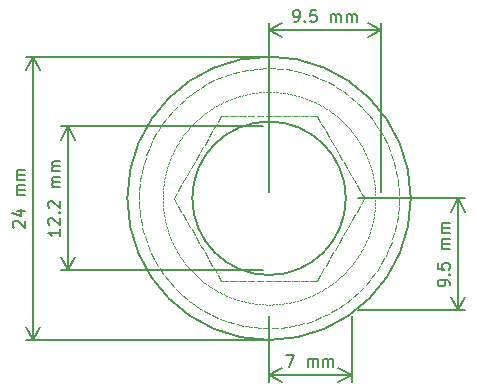
<source format=gbr>
%TF.GenerationSoftware,KiCad,Pcbnew,7.0.5.1-1-g8f565ef7f0-dirty-deb11*%
%TF.CreationDate,2023-06-03T21:31:44+00:00*%
%TF.ProjectId,pedalboard-led-ring,70656461-6c62-46f6-9172-642d6c65642d,1.0.0*%
%TF.SameCoordinates,Original*%
%TF.FileFunction,OtherDrawing,Comment*%
%FSLAX46Y46*%
G04 Gerber Fmt 4.6, Leading zero omitted, Abs format (unit mm)*
G04 Created by KiCad (PCBNEW 7.0.5.1-1-g8f565ef7f0-dirty-deb11) date 2023-06-03 21:31:44*
%MOMM*%
%LPD*%
G01*
G04 APERTURE LIST*
%ADD10C,0.150000*%
%ADD11C,0.050000*%
%ADD12C,0.030000*%
G04 APERTURE END LIST*
D10*
X86500000Y-60000000D02*
G75*
G03*
X86500000Y-60000000I-6500000J0D01*
G01*
D11*
X71917096Y-60000000D02*
X72192096Y-59523686D01*
X72292096Y-59350481D02*
X72567096Y-58874167D01*
X72667096Y-58700962D02*
X72942096Y-58224648D01*
X73042096Y-58051443D02*
X73317096Y-57575129D01*
X73417096Y-57401924D02*
X73692096Y-56925610D01*
X73792096Y-56752405D02*
X74067096Y-56276091D01*
X74167096Y-56102886D02*
X74442096Y-55626572D01*
X74542096Y-55453367D02*
X74817096Y-54977053D01*
X74917096Y-54803848D02*
X75192096Y-54327534D01*
X75292096Y-54154329D02*
X75567096Y-53678015D01*
X75667096Y-53504810D02*
X75942096Y-53028496D01*
X91000000Y-60000000D02*
X90986252Y-60549770D01*
X90974441Y-60749419D02*
X90923271Y-61296975D01*
X90897885Y-61495355D02*
X90809529Y-62038154D01*
X90770687Y-62234343D02*
X90645556Y-62769860D01*
X90593438Y-62962947D02*
X90432113Y-63488696D01*
X90366962Y-63677784D02*
X90170193Y-64191319D01*
X90092310Y-64375529D02*
X89861012Y-64874466D01*
X89770761Y-65052942D02*
X89506008Y-65534961D01*
X89403807Y-65706874D02*
X89106830Y-66169736D01*
X88993153Y-66334286D02*
X88665332Y-66775840D01*
X88540709Y-66932263D02*
X88183567Y-67350457D01*
X88048577Y-67498026D02*
X87663773Y-67890916D01*
X87519043Y-68028946D02*
X87108366Y-68394707D01*
X86954569Y-68522556D02*
X86519927Y-68859488D01*
X86357777Y-68976562D02*
X85901190Y-69283100D01*
X85731440Y-69388854D02*
X85255030Y-69663573D01*
X85078470Y-69757516D02*
X84584451Y-69999140D01*
X84401901Y-70080836D02*
X83892567Y-70288241D01*
X83704875Y-70357311D02*
X83182596Y-70529533D01*
X82990634Y-70585655D02*
X82457834Y-70721895D01*
X82262495Y-70764809D02*
X81721651Y-70864433D01*
X81523843Y-70893938D02*
X80977468Y-70956484D01*
X80778109Y-70972444D02*
X80228743Y-70997621D01*
X80028759Y-70999962D02*
X79478954Y-70987652D01*
X79279276Y-70976363D02*
X78731587Y-70926624D01*
X78533142Y-70901758D02*
X77990114Y-70814821D01*
X77793824Y-70776492D02*
X77257981Y-70652761D01*
X77064758Y-70601148D02*
X76538590Y-70441199D01*
X76349333Y-70376542D02*
X75835284Y-70181117D01*
X75650871Y-70103716D02*
X75151331Y-69873723D01*
X74972620Y-69783938D02*
X74489910Y-69520447D01*
X74317731Y-69418695D02*
X73854094Y-69122929D01*
X73689248Y-69009684D02*
X73246838Y-68683018D01*
X73090090Y-68558805D02*
X72670963Y-68202757D01*
X72523042Y-68068153D02*
X72129146Y-67684378D01*
X71990739Y-67540009D02*
X71623905Y-67130290D01*
X71495655Y-66976827D02*
X71157587Y-66543068D01*
X71040090Y-66381224D02*
X70732360Y-65925441D01*
X70626162Y-65755968D02*
X70350198Y-65280278D01*
X70255794Y-65103964D02*
X70012879Y-64610578D01*
X69930706Y-64428242D02*
X69721970Y-63919453D01*
X69652410Y-63731942D02*
X69478823Y-63210114D01*
X69422199Y-63018300D02*
X69284566Y-62485858D01*
X69241143Y-62290632D02*
X69140104Y-61750051D01*
X69110082Y-61552320D02*
X69046108Y-61006111D01*
X69029627Y-60806794D02*
X69003014Y-60257495D01*
X69000150Y-60057518D02*
X69011022Y-59507683D01*
X69021789Y-59307976D02*
X69070096Y-58760159D01*
X69094444Y-58561649D02*
X69179960Y-58018396D01*
X69217776Y-57822007D02*
X69340105Y-57285842D01*
X69391213Y-57092485D02*
X69549786Y-56565900D01*
X69613948Y-56376475D02*
X69808029Y-55861917D01*
X69884947Y-55677302D02*
X70113633Y-55177163D01*
X70202950Y-54998218D02*
X70465179Y-54514820D01*
X70566480Y-54342376D02*
X70861032Y-53877967D01*
X70973847Y-53712825D02*
X71299355Y-53269563D01*
X71423158Y-53112490D02*
X71778108Y-52692434D01*
X71912325Y-52544162D02*
X72295069Y-52149264D01*
X72439075Y-52010480D02*
X72847834Y-51642576D01*
X73000961Y-51513925D02*
X73433835Y-51174724D01*
X73595371Y-51056805D02*
X74050348Y-50747883D01*
X74219543Y-50641243D02*
X74694510Y-50364037D01*
X74870576Y-50269171D02*
X75363325Y-50024968D01*
X75545446Y-49942318D02*
X76053688Y-49732253D01*
X76241016Y-49662203D02*
X76762388Y-49487251D01*
X76954054Y-49430127D02*
X77486134Y-49291102D01*
X77681246Y-49247168D02*
X78221561Y-49144717D01*
X78419213Y-49114178D02*
X78965253Y-49048776D01*
X79164526Y-49031773D02*
X79713753Y-49003725D01*
X79913722Y-49000338D02*
X80463583Y-49009772D01*
X80663318Y-49020017D02*
X81211259Y-49066892D01*
X81409832Y-49090720D02*
X81953307Y-49174816D01*
X82149795Y-49212118D02*
X82686277Y-49333045D01*
X82879767Y-49383647D02*
X83406765Y-49540843D01*
X83596358Y-49604510D02*
X84111421Y-49797244D01*
X84296236Y-49873680D02*
X84796972Y-50101057D01*
X84976150Y-50189906D02*
X85460231Y-50450870D01*
X85632940Y-50551720D02*
X86098117Y-50845058D01*
X86263554Y-50957440D02*
X86707665Y-51281788D01*
X86865061Y-51405179D02*
X87286043Y-51759031D01*
X87434667Y-51892859D02*
X87830563Y-52274569D01*
X87969724Y-52418212D02*
X88338695Y-52826008D01*
X88467746Y-52978798D02*
X88808077Y-53410784D01*
X88926419Y-53572011D02*
X89236529Y-54026179D01*
X89343611Y-54195094D02*
X89622058Y-54669335D01*
X89717384Y-54845152D02*
X89962874Y-55337261D01*
X90046000Y-55519165D02*
X90257393Y-56026856D01*
X90327933Y-56214001D02*
X90504247Y-56734914D01*
X90561873Y-56926429D02*
X90702288Y-57458144D01*
X90746732Y-57653140D02*
X90850595Y-58193186D01*
X90881651Y-58390757D02*
X90948480Y-58936624D01*
X90966004Y-59135852D02*
X90995488Y-59685004D01*
X90999398Y-59884963D02*
X91000000Y-60000000D01*
X75958548Y-67000000D02*
X76508548Y-67000000D01*
X76708548Y-67000000D02*
X77258548Y-67000000D01*
X77458548Y-67000000D02*
X78008548Y-67000000D01*
X78208548Y-67000000D02*
X78758548Y-67000000D01*
X78958548Y-67000000D02*
X79508548Y-67000000D01*
X79708548Y-67000000D02*
X80258548Y-67000000D01*
X80458548Y-67000000D02*
X81008548Y-67000000D01*
X81208548Y-67000000D02*
X81758548Y-67000000D01*
X81958548Y-67000000D02*
X82508548Y-67000000D01*
X82708548Y-67000000D02*
X83258548Y-67000000D01*
X83458548Y-67000000D02*
X84008548Y-67000000D01*
D10*
X92000000Y-60000000D02*
G75*
G03*
X92000000Y-60000000I-12000000J0D01*
G01*
D11*
X88082904Y-60000000D02*
X87807904Y-59523686D01*
X87707904Y-59350481D02*
X87432904Y-58874167D01*
X87332904Y-58700962D02*
X87057904Y-58224648D01*
X86957904Y-58051443D02*
X86682904Y-57575129D01*
X86582904Y-57401924D02*
X86307904Y-56925610D01*
X86207904Y-56752405D02*
X85932904Y-56276091D01*
X85832904Y-56102886D02*
X85557904Y-55626572D01*
X85457904Y-55453367D02*
X85182904Y-54977053D01*
X85082904Y-54803848D02*
X84807904Y-54327534D01*
X84707904Y-54154329D02*
X84432904Y-53678015D01*
X84332904Y-53504810D02*
X84057904Y-53028496D01*
X75958548Y-67000000D02*
X75683548Y-66523686D01*
X75583548Y-66350481D02*
X75308548Y-65874167D01*
X75208548Y-65700962D02*
X74933548Y-65224648D01*
X74833548Y-65051443D02*
X74558548Y-64575129D01*
X74458548Y-64401924D02*
X74183548Y-63925610D01*
X74083548Y-63752405D02*
X73808548Y-63276091D01*
X73708548Y-63102886D02*
X73433548Y-62626572D01*
X73333548Y-62453367D02*
X73058548Y-61977053D01*
X72958548Y-61803848D02*
X72683548Y-61327534D01*
X72583548Y-61154329D02*
X72308548Y-60678015D01*
X72208548Y-60504810D02*
X71933548Y-60028496D01*
X75958548Y-53000000D02*
X76508548Y-53000000D01*
X76708548Y-53000000D02*
X77258548Y-53000000D01*
X77458548Y-53000000D02*
X78008548Y-53000000D01*
X78208548Y-53000000D02*
X78758548Y-53000000D01*
X78958548Y-53000000D02*
X79508548Y-53000000D01*
X79708548Y-53000000D02*
X80258548Y-53000000D01*
X80458548Y-53000000D02*
X81008548Y-53000000D01*
X81208548Y-53000000D02*
X81758548Y-53000000D01*
X81958548Y-53000000D02*
X82508548Y-53000000D01*
X82708548Y-53000000D02*
X83258548Y-53000000D01*
X83458548Y-53000000D02*
X84008548Y-53000000D01*
D12*
X89000000Y-60000000D02*
X89000000Y-60000000D01*
X88999200Y-60119996D02*
X88999200Y-60119996D01*
X88996800Y-60239971D02*
X88996800Y-60239971D01*
X88992800Y-60359904D02*
X88992800Y-60359904D01*
X88987203Y-60479772D02*
X88987203Y-60479772D01*
X88980007Y-60599555D02*
X88980007Y-60599555D01*
X88971215Y-60719232D02*
X88971215Y-60719232D01*
X88960828Y-60838780D02*
X88960828Y-60838780D01*
X88948848Y-60958180D02*
X88948848Y-60958180D01*
X88935277Y-61077409D02*
X88935277Y-61077409D01*
X88920118Y-61196447D02*
X88920118Y-61196447D01*
X88903373Y-61315272D02*
X88903373Y-61315272D01*
X88885045Y-61433863D02*
X88885045Y-61433863D01*
X88865138Y-61552200D02*
X88865138Y-61552200D01*
X88843654Y-61670260D02*
X88843654Y-61670260D01*
X88820599Y-61788023D02*
X88820599Y-61788023D01*
X88795975Y-61905469D02*
X88795975Y-61905469D01*
X88769788Y-62022576D02*
X88769788Y-62022576D01*
X88742041Y-62139323D02*
X88742041Y-62139323D01*
X88712741Y-62255690D02*
X88712741Y-62255690D01*
X88681891Y-62371656D02*
X88681891Y-62371656D01*
X88649498Y-62487200D02*
X88649498Y-62487200D01*
X88615568Y-62602302D02*
X88615568Y-62602302D01*
X88580106Y-62716942D02*
X88580106Y-62716942D01*
X88543118Y-62831099D02*
X88543118Y-62831099D01*
X88504612Y-62944752D02*
X88504612Y-62944752D01*
X88464594Y-63057881D02*
X88464594Y-63057881D01*
X88423071Y-63170468D02*
X88423071Y-63170468D01*
X88380051Y-63282490D02*
X88380051Y-63282490D01*
X88335540Y-63393929D02*
X88335540Y-63393929D01*
X88289548Y-63504765D02*
X88289548Y-63504765D01*
X88242083Y-63614977D02*
X88242083Y-63614977D01*
X88193152Y-63724547D02*
X88193152Y-63724547D01*
X88142764Y-63833455D02*
X88142764Y-63833455D01*
X88090929Y-63941681D02*
X88090929Y-63941681D01*
X88037656Y-64049206D02*
X88037656Y-64049206D01*
X87982954Y-64156012D02*
X87982954Y-64156012D01*
X87926832Y-64262079D02*
X87926832Y-64262079D01*
X87869302Y-64367388D02*
X87869302Y-64367388D01*
X87810372Y-64471921D02*
X87810372Y-64471921D01*
X87750054Y-64575658D02*
X87750054Y-64575658D01*
X87688358Y-64678583D02*
X87688358Y-64678583D01*
X87625295Y-64780675D02*
X87625295Y-64780675D01*
X87560877Y-64881918D02*
X87560877Y-64881918D01*
X87495115Y-64982293D02*
X87495115Y-64982293D01*
X87428020Y-65081782D02*
X87428020Y-65081782D01*
X87359605Y-65180367D02*
X87359605Y-65180367D01*
X87289881Y-65278032D02*
X87289881Y-65278032D01*
X87218861Y-65374758D02*
X87218861Y-65374758D01*
X87146558Y-65470529D02*
X87146558Y-65470529D01*
X87072985Y-65565328D02*
X87072985Y-65565328D01*
X86998154Y-65659137D02*
X86998154Y-65659137D01*
X86922079Y-65751940D02*
X86922079Y-65751940D01*
X86844773Y-65843720D02*
X86844773Y-65843720D01*
X86766251Y-65934462D02*
X86766251Y-65934462D01*
X86686526Y-66024148D02*
X86686526Y-66024148D01*
X86605612Y-66112764D02*
X86605612Y-66112764D01*
X86523524Y-66200293D02*
X86523524Y-66200293D01*
X86440276Y-66286719D02*
X86440276Y-66286719D01*
X86355883Y-66372028D02*
X86355883Y-66372028D01*
X86270360Y-66456204D02*
X86270360Y-66456204D01*
X86183722Y-66539233D02*
X86183722Y-66539233D01*
X86095985Y-66621099D02*
X86095985Y-66621099D01*
X86007165Y-66701788D02*
X86007165Y-66701788D01*
X85917276Y-66781285D02*
X85917276Y-66781285D01*
X85826336Y-66859577D02*
X85826336Y-66859577D01*
X85734360Y-66936649D02*
X85734360Y-66936649D01*
X85641364Y-67012489D02*
X85641364Y-67012489D01*
X85547366Y-67087081D02*
X85547366Y-67087081D01*
X85452381Y-67160414D02*
X85452381Y-67160414D01*
X85356427Y-67232474D02*
X85356427Y-67232474D01*
X85259521Y-67303248D02*
X85259521Y-67303248D01*
X85161679Y-67372724D02*
X85161679Y-67372724D01*
X85062920Y-67440889D02*
X85062920Y-67440889D01*
X84963262Y-67507731D02*
X84963262Y-67507731D01*
X84862720Y-67573238D02*
X84862720Y-67573238D01*
X84761314Y-67637400D02*
X84761314Y-67637400D01*
X84659062Y-67700203D02*
X84659062Y-67700203D01*
X84555982Y-67761638D02*
X84555982Y-67761638D01*
X84452091Y-67821692D02*
X84452091Y-67821692D01*
X84347410Y-67880356D02*
X84347410Y-67880356D01*
X84241955Y-67937620D02*
X84241955Y-67937620D01*
X84135746Y-67993472D02*
X84135746Y-67993472D01*
X84028802Y-68047903D02*
X84028802Y-68047903D01*
X83921142Y-68100903D02*
X83921142Y-68100903D01*
X83812784Y-68152464D02*
X83812784Y-68152464D01*
X83703749Y-68202575D02*
X83703749Y-68202575D01*
X83594055Y-68251227D02*
X83594055Y-68251227D01*
X83483723Y-68298413D02*
X83483723Y-68298413D01*
X83372771Y-68344124D02*
X83372771Y-68344124D01*
X83261219Y-68388351D02*
X83261219Y-68388351D01*
X83149088Y-68431087D02*
X83149088Y-68431087D01*
X83036397Y-68472324D02*
X83036397Y-68472324D01*
X82923166Y-68512055D02*
X82923166Y-68512055D01*
X82809416Y-68550273D02*
X82809416Y-68550273D01*
X82695166Y-68586971D02*
X82695166Y-68586971D01*
X82580436Y-68622142D02*
X82580436Y-68622142D01*
X82465249Y-68655781D02*
X82465249Y-68655781D01*
X82349622Y-68687880D02*
X82349622Y-68687880D01*
X82233579Y-68718435D02*
X82233579Y-68718435D01*
X82117138Y-68747441D02*
X82117138Y-68747441D01*
X82000320Y-68774891D02*
X82000320Y-68774891D01*
X81883147Y-68800781D02*
X81883147Y-68800781D01*
X81765640Y-68825107D02*
X81765640Y-68825107D01*
X81647818Y-68847863D02*
X81647818Y-68847863D01*
X81529704Y-68869047D02*
X81529704Y-68869047D01*
X81411317Y-68888654D02*
X81411317Y-68888654D01*
X81292680Y-68906681D02*
X81292680Y-68906681D01*
X81173813Y-68923125D02*
X81173813Y-68923125D01*
X81054737Y-68937982D02*
X81054737Y-68937982D01*
X80935474Y-68951250D02*
X80935474Y-68951250D01*
X80816044Y-68962927D02*
X80816044Y-68962927D01*
X80696469Y-68973011D02*
X80696469Y-68973011D01*
X80576771Y-68981499D02*
X80576771Y-68981499D01*
X80456970Y-68988391D02*
X80456970Y-68988391D01*
X80337088Y-68993685D02*
X80337088Y-68993685D01*
X80217145Y-68997380D02*
X80217145Y-68997380D01*
X80097165Y-68999475D02*
X80097165Y-68999475D01*
X79977166Y-68999971D02*
X79977166Y-68999971D01*
X79857172Y-68998866D02*
X79857172Y-68998866D01*
X79737204Y-68996162D02*
X79737204Y-68996162D01*
X79617282Y-68991858D02*
X79617282Y-68991858D01*
X79497428Y-68985956D02*
X79497428Y-68985956D01*
X79377663Y-68978457D02*
X79377663Y-68978457D01*
X79258010Y-68969361D02*
X79258010Y-68969361D01*
X79138488Y-68958671D02*
X79138488Y-68958671D01*
X79019119Y-68946388D02*
X79019119Y-68946388D01*
X78899924Y-68932515D02*
X78899924Y-68932515D01*
X78780925Y-68917054D02*
X78780925Y-68917054D01*
X78662143Y-68900007D02*
X78662143Y-68900007D01*
X78543599Y-68881379D02*
X78543599Y-68881379D01*
X78425313Y-68861171D02*
X78425313Y-68861171D01*
X78307308Y-68839388D02*
X78307308Y-68839388D01*
X78189603Y-68816034D02*
X78189603Y-68816034D01*
X78072221Y-68791113D02*
X78072221Y-68791113D01*
X77955181Y-68764628D02*
X77955181Y-68764628D01*
X77838504Y-68736586D02*
X77838504Y-68736586D01*
X77722212Y-68706990D02*
X77722212Y-68706990D01*
X77606325Y-68675846D02*
X77606325Y-68675846D01*
X77490863Y-68643161D02*
X77490863Y-68643161D01*
X77375847Y-68608938D02*
X77375847Y-68608938D01*
X77261298Y-68573185D02*
X77261298Y-68573185D01*
X77147236Y-68535908D02*
X77147236Y-68535908D01*
X77033680Y-68497114D02*
X77033680Y-68497114D01*
X76920653Y-68456809D02*
X76920653Y-68456809D01*
X76808172Y-68415000D02*
X76808172Y-68415000D01*
X76696259Y-68371696D02*
X76696259Y-68371696D01*
X76584934Y-68326903D02*
X76584934Y-68326903D01*
X76474215Y-68280630D02*
X76474215Y-68280630D01*
X76364123Y-68232885D02*
X76364123Y-68232885D01*
X76254678Y-68183676D02*
X76254678Y-68183676D01*
X76145898Y-68133013D02*
X76145898Y-68133013D01*
X76037804Y-68080903D02*
X76037804Y-68080903D01*
X75930414Y-68027357D02*
X75930414Y-68027357D01*
X75823748Y-67972384D02*
X75823748Y-67972384D01*
X75717823Y-67915994D02*
X75717823Y-67915994D01*
X75612661Y-67858196D02*
X75612661Y-67858196D01*
X75508278Y-67799002D02*
X75508278Y-67799002D01*
X75404693Y-67738421D02*
X75404693Y-67738421D01*
X75301926Y-67676464D02*
X75301926Y-67676464D01*
X75199994Y-67613142D02*
X75199994Y-67613142D01*
X75098915Y-67548467D02*
X75098915Y-67548467D01*
X74998707Y-67482451D02*
X74998707Y-67482451D01*
X74899389Y-67415104D02*
X74899389Y-67415104D01*
X74800977Y-67346438D02*
X74800977Y-67346438D01*
X74703489Y-67276467D02*
X74703489Y-67276467D01*
X74606944Y-67205202D02*
X74606944Y-67205202D01*
X74511356Y-67132657D02*
X74511356Y-67132657D01*
X74416745Y-67058843D02*
X74416745Y-67058843D01*
X74323126Y-66983774D02*
X74323126Y-66983774D01*
X74230517Y-66907464D02*
X74230517Y-66907464D01*
X74138933Y-66829926D02*
X74138933Y-66829926D01*
X74048391Y-66751174D02*
X74048391Y-66751174D01*
X73958907Y-66671221D02*
X73958907Y-66671221D01*
X73870497Y-66590082D02*
X73870497Y-66590082D01*
X73783176Y-66507772D02*
X73783176Y-66507772D01*
X73696961Y-66424305D02*
X73696961Y-66424305D01*
X73611866Y-66339696D02*
X73611866Y-66339696D01*
X73527908Y-66253960D02*
X73527908Y-66253960D01*
X73445099Y-66167112D02*
X73445099Y-66167112D01*
X73363456Y-66079168D02*
X73363456Y-66079168D01*
X73282993Y-65990143D02*
X73282993Y-65990143D01*
X73203724Y-65900053D02*
X73203724Y-65900053D01*
X73125663Y-65808914D02*
X73125663Y-65808914D01*
X73048824Y-65716743D02*
X73048824Y-65716743D01*
X72973221Y-65623555D02*
X72973221Y-65623555D01*
X72898867Y-65529368D02*
X72898867Y-65529368D01*
X72825775Y-65434197D02*
X72825775Y-65434197D01*
X72753959Y-65338061D02*
X72753959Y-65338061D01*
X72683431Y-65240975D02*
X72683431Y-65240975D01*
X72614204Y-65142958D02*
X72614204Y-65142958D01*
X72546290Y-65044027D02*
X72546290Y-65044027D01*
X72479701Y-64944198D02*
X72479701Y-64944198D01*
X72414448Y-64843491D02*
X72414448Y-64843491D01*
X72350545Y-64741923D02*
X72350545Y-64741923D01*
X72288001Y-64639512D02*
X72288001Y-64639512D01*
X72226828Y-64536276D02*
X72226828Y-64536276D01*
X72167037Y-64432233D02*
X72167037Y-64432233D01*
X72108638Y-64327403D02*
X72108638Y-64327403D01*
X72051643Y-64221803D02*
X72051643Y-64221803D01*
X71996060Y-64115453D02*
X71996060Y-64115453D01*
X71941901Y-64008371D02*
X71941901Y-64008371D01*
X71889174Y-63900577D02*
X71889174Y-63900577D01*
X71837888Y-63792089D02*
X71837888Y-63792089D01*
X71788054Y-63682927D02*
X71788054Y-63682927D01*
X71739680Y-63573110D02*
X71739680Y-63573110D01*
X71692774Y-63462658D02*
X71692774Y-63462658D01*
X71647345Y-63351591D02*
X71647345Y-63351591D01*
X71603401Y-63239928D02*
X71603401Y-63239928D01*
X71560950Y-63127688D02*
X71560950Y-63127688D01*
X71519998Y-63014893D02*
X71519998Y-63014893D01*
X71480555Y-62901562D02*
X71480555Y-62901562D01*
X71442626Y-62787714D02*
X71442626Y-62787714D01*
X71406218Y-62673372D02*
X71406218Y-62673372D01*
X71371338Y-62558554D02*
X71371338Y-62558554D01*
X71337992Y-62443281D02*
X71337992Y-62443281D01*
X71306186Y-62327574D02*
X71306186Y-62327574D01*
X71275925Y-62211453D02*
X71275925Y-62211453D01*
X71247215Y-62094939D02*
X71247215Y-62094939D01*
X71220062Y-61978052D02*
X71220062Y-61978052D01*
X71194469Y-61860814D02*
X71194469Y-61860814D01*
X71170441Y-61743245D02*
X71170441Y-61743245D01*
X71147984Y-61625366D02*
X71147984Y-61625366D01*
X71127100Y-61507198D02*
X71127100Y-61507198D01*
X71107793Y-61388762D02*
X71107793Y-61388762D01*
X71090067Y-61270080D02*
X71090067Y-61270080D01*
X71073925Y-61151171D02*
X71073925Y-61151171D01*
X71059370Y-61032058D02*
X71059370Y-61032058D01*
X71046404Y-60912761D02*
X71046404Y-60912761D01*
X71035030Y-60793303D02*
X71035030Y-60793303D01*
X71025250Y-60673703D02*
X71025250Y-60673703D01*
X71017066Y-60553983D02*
X71017066Y-60553983D01*
X71010478Y-60434165D02*
X71010478Y-60434165D01*
X71005488Y-60314269D02*
X71005488Y-60314269D01*
X71002098Y-60194318D02*
X71002098Y-60194318D01*
X71000306Y-60074333D02*
X71000306Y-60074333D01*
X71000115Y-59954334D02*
X71000115Y-59954334D01*
X71001524Y-59834343D02*
X71001524Y-59834343D01*
X71004533Y-59714381D02*
X71004533Y-59714381D01*
X71009140Y-59594471D02*
X71009140Y-59594471D01*
X71015347Y-59474632D02*
X71015347Y-59474632D01*
X71023150Y-59354887D02*
X71023150Y-59354887D01*
X71032549Y-59235257D02*
X71032549Y-59235257D01*
X71043542Y-59115762D02*
X71043542Y-59115762D01*
X71056128Y-58996425D02*
X71056128Y-58996425D01*
X71070304Y-58877266D02*
X71070304Y-58877266D01*
X71086067Y-58758307D02*
X71086067Y-58758307D01*
X71103414Y-58639568D02*
X71103414Y-58639568D01*
X71122344Y-58521071D02*
X71122344Y-58521071D01*
X71142851Y-58402838D02*
X71142851Y-58402838D01*
X71164933Y-58284888D02*
X71164933Y-58284888D01*
X71188586Y-58167243D02*
X71188586Y-58167243D01*
X71213806Y-58049924D02*
X71213806Y-58049924D01*
X71240587Y-57932951D02*
X71240587Y-57932951D01*
X71268925Y-57816346D02*
X71268925Y-57816346D01*
X71298816Y-57700130D02*
X71298816Y-57700130D01*
X71330253Y-57584322D02*
X71330253Y-57584322D01*
X71363232Y-57468943D02*
X71363232Y-57468943D01*
X71397746Y-57354015D02*
X71397746Y-57354015D01*
X71433789Y-57239557D02*
X71433789Y-57239557D01*
X71471356Y-57125589D02*
X71471356Y-57125589D01*
X71510438Y-57012133D02*
X71510438Y-57012133D01*
X71551030Y-56899208D02*
X71551030Y-56899208D01*
X71593123Y-56786834D02*
X71593123Y-56786834D01*
X71636712Y-56675031D02*
X71636712Y-56675031D01*
X71681787Y-56563819D02*
X71681787Y-56563819D01*
X71728340Y-56453218D02*
X71728340Y-56453218D01*
X71776365Y-56343248D02*
X71776365Y-56343248D01*
X71825851Y-56233928D02*
X71825851Y-56233928D01*
X71876790Y-56125277D02*
X71876790Y-56125277D01*
X71929174Y-56017316D02*
X71929174Y-56017316D01*
X71982992Y-55910062D02*
X71982992Y-55910062D01*
X72038236Y-55803535D02*
X72038236Y-55803535D01*
X72094894Y-55697754D02*
X72094894Y-55697754D01*
X72152959Y-55592738D02*
X72152959Y-55592738D01*
X72212418Y-55488506D02*
X72212418Y-55488506D01*
X72273262Y-55385076D02*
X72273262Y-55385076D01*
X72335479Y-55282466D02*
X72335479Y-55282466D01*
X72399059Y-55180695D02*
X72399059Y-55180695D01*
X72463990Y-55079780D02*
X72463990Y-55079780D01*
X72530261Y-54979740D02*
X72530261Y-54979740D01*
X72597860Y-54880593D02*
X72597860Y-54880593D01*
X72666774Y-54782356D02*
X72666774Y-54782356D01*
X72736993Y-54685046D02*
X72736993Y-54685046D01*
X72808502Y-54588681D02*
X72808502Y-54588681D01*
X72881290Y-54493278D02*
X72881290Y-54493278D01*
X72955344Y-54398855D02*
X72955344Y-54398855D01*
X73030650Y-54305427D02*
X73030650Y-54305427D01*
X73107194Y-54213011D02*
X73107194Y-54213011D01*
X73184965Y-54121624D02*
X73184965Y-54121624D01*
X73263946Y-54031282D02*
X73263946Y-54031282D01*
X73344126Y-53942001D02*
X73344126Y-53942001D01*
X73425488Y-53853797D02*
X73425488Y-53853797D01*
X73508020Y-53766686D02*
X73508020Y-53766686D01*
X73591705Y-53680683D02*
X73591705Y-53680683D01*
X73676530Y-53595803D02*
X73676530Y-53595803D01*
X73762479Y-53512062D02*
X73762479Y-53512062D01*
X73849536Y-53429474D02*
X73849536Y-53429474D01*
X73937687Y-53348055D02*
X73937687Y-53348055D01*
X74026916Y-53267817D02*
X74026916Y-53267817D01*
X74117207Y-53188777D02*
X74117207Y-53188777D01*
X74208543Y-53110948D02*
X74208543Y-53110948D01*
X74300910Y-53034343D02*
X74300910Y-53034343D01*
X74394289Y-52958976D02*
X74394289Y-52958976D01*
X74488665Y-52884862D02*
X74488665Y-52884862D01*
X74584020Y-52812012D02*
X74584020Y-52812012D01*
X74680339Y-52740440D02*
X74680339Y-52740440D01*
X74777603Y-52670158D02*
X74777603Y-52670158D01*
X74875795Y-52601180D02*
X74875795Y-52601180D01*
X74974899Y-52533517D02*
X74974899Y-52533517D01*
X75074896Y-52467181D02*
X75074896Y-52467181D01*
X75175768Y-52402185D02*
X75175768Y-52402185D01*
X75277498Y-52338539D02*
X75277498Y-52338539D01*
X75380067Y-52276255D02*
X75380067Y-52276255D01*
X75483458Y-52215344D02*
X75483458Y-52215344D01*
X75587652Y-52155818D02*
X75587652Y-52155818D01*
X75692630Y-52097685D02*
X75692630Y-52097685D01*
X75798374Y-52040958D02*
X75798374Y-52040958D01*
X75904865Y-51985645D02*
X75904865Y-51985645D01*
X76012084Y-51931757D02*
X76012084Y-51931757D01*
X76120012Y-51879304D02*
X76120012Y-51879304D01*
X76228629Y-51828294D02*
X76228629Y-51828294D01*
X76337918Y-51778737D02*
X76337918Y-51778737D01*
X76447857Y-51730642D02*
X76447857Y-51730642D01*
X76558427Y-51684016D02*
X76558427Y-51684016D01*
X76669610Y-51638869D02*
X76669610Y-51638869D01*
X76781384Y-51595208D02*
X76781384Y-51595208D01*
X76893731Y-51553042D02*
X76893731Y-51553042D01*
X77006630Y-51512377D02*
X77006630Y-51512377D01*
X77120061Y-51473221D02*
X77120061Y-51473221D01*
X77234004Y-51435581D02*
X77234004Y-51435581D01*
X77348438Y-51399463D02*
X77348438Y-51399463D01*
X77463345Y-51364875D02*
X77463345Y-51364875D01*
X77578702Y-51331821D02*
X77578702Y-51331821D01*
X77694489Y-51300309D02*
X77694489Y-51300309D01*
X77810686Y-51270343D02*
X77810686Y-51270343D01*
X77927273Y-51241929D02*
X77927273Y-51241929D01*
X78044228Y-51215072D02*
X78044228Y-51215072D01*
X78161531Y-51189776D02*
X78161531Y-51189776D01*
X78279160Y-51166047D02*
X78279160Y-51166047D01*
X78397096Y-51143889D02*
X78397096Y-51143889D01*
X78515316Y-51123304D02*
X78515316Y-51123304D01*
X78633801Y-51104298D02*
X78633801Y-51104298D01*
X78752528Y-51086874D02*
X78752528Y-51086874D01*
X78871477Y-51071033D02*
X78871477Y-51071033D01*
X78990627Y-51056780D02*
X78990627Y-51056780D01*
X79109956Y-51044118D02*
X79109956Y-51044118D01*
X79229443Y-51033047D02*
X79229443Y-51033047D01*
X79349068Y-51023570D02*
X79349068Y-51023570D01*
X79468808Y-51015689D02*
X79468808Y-51015689D01*
X79588642Y-51009405D02*
X79588642Y-51009405D01*
X79708550Y-51004720D02*
X79708550Y-51004720D01*
X79828509Y-51001633D02*
X79828509Y-51001633D01*
X79948499Y-51000147D02*
X79948499Y-51000147D01*
X80068498Y-51000260D02*
X80068498Y-51000260D01*
X80188485Y-51001973D02*
X80188485Y-51001973D01*
X80308438Y-51005286D02*
X80308438Y-51005286D01*
X80428337Y-51010198D02*
X80428337Y-51010198D01*
X80548159Y-51016708D02*
X80548159Y-51016708D01*
X80667884Y-51024815D02*
X80667884Y-51024815D01*
X80787490Y-51034518D02*
X80787490Y-51034518D01*
X80906957Y-51045815D02*
X80906957Y-51045815D01*
X81026262Y-51058703D02*
X81026262Y-51058703D01*
X81145384Y-51073181D02*
X81145384Y-51073181D01*
X81264303Y-51089246D02*
X81264303Y-51089246D01*
X81382997Y-51106894D02*
X81382997Y-51106894D01*
X81501445Y-51126124D02*
X81501445Y-51126124D01*
X81619627Y-51146932D02*
X81619627Y-51146932D01*
X81737520Y-51169313D02*
X81737520Y-51169313D01*
X81855105Y-51193264D02*
X81855105Y-51193264D01*
X81972360Y-51218781D02*
X81972360Y-51218781D01*
X82089264Y-51245859D02*
X82089264Y-51245859D01*
X82205796Y-51274493D02*
X82205796Y-51274493D01*
X82321937Y-51304679D02*
X82321937Y-51304679D01*
X82437665Y-51336410D02*
X82437665Y-51336410D01*
X82552959Y-51369681D02*
X82552959Y-51369681D01*
X82667800Y-51404487D02*
X82667800Y-51404487D01*
X82782166Y-51440820D02*
X82782166Y-51440820D01*
X82896038Y-51478676D02*
X82896038Y-51478676D01*
X83009395Y-51518046D02*
X83009395Y-51518046D01*
X83122216Y-51558924D02*
X83122216Y-51558924D01*
X83234483Y-51601302D02*
X83234483Y-51601302D01*
X83346175Y-51645174D02*
X83346175Y-51645174D01*
X83457272Y-51690531D02*
X83457272Y-51690531D01*
X83567754Y-51737365D02*
X83567754Y-51737365D01*
X83677602Y-51785668D02*
X83677602Y-51785668D01*
X83786797Y-51835432D02*
X83786797Y-51835432D01*
X83895318Y-51886647D02*
X83895318Y-51886647D01*
X84003146Y-51939304D02*
X84003146Y-51939304D01*
X84110263Y-51993394D02*
X84110263Y-51993394D01*
X84216650Y-52048908D02*
X84216650Y-52048908D01*
X84322286Y-52105835D02*
X84322286Y-52105835D01*
X84427154Y-52164165D02*
X84427154Y-52164165D01*
X84531236Y-52223889D02*
X84531236Y-52223889D01*
X84634511Y-52284995D02*
X84634511Y-52284995D01*
X84736963Y-52347472D02*
X84736963Y-52347472D01*
X84838573Y-52411310D02*
X84838573Y-52411310D01*
X84939322Y-52476497D02*
X84939322Y-52476497D01*
X85039193Y-52543021D02*
X85039193Y-52543021D01*
X85138169Y-52610871D02*
X85138169Y-52610871D01*
X85236231Y-52680035D02*
X85236231Y-52680035D01*
X85333362Y-52750500D02*
X85333362Y-52750500D01*
X85429545Y-52822254D02*
X85429545Y-52822254D01*
X85524763Y-52895284D02*
X85524763Y-52895284D01*
X85618999Y-52969576D02*
X85618999Y-52969576D01*
X85712235Y-53045119D02*
X85712235Y-53045119D01*
X85804457Y-53121898D02*
X85804457Y-53121898D01*
X85895646Y-53199900D02*
X85895646Y-53199900D01*
X85985787Y-53279111D02*
X85985787Y-53279111D01*
X86074864Y-53359516D02*
X86074864Y-53359516D01*
X86162862Y-53441102D02*
X86162862Y-53441102D01*
X86249763Y-53523854D02*
X86249763Y-53523854D01*
X86335554Y-53607758D02*
X86335554Y-53607758D01*
X86420218Y-53692798D02*
X86420218Y-53692798D01*
X86503741Y-53778959D02*
X86503741Y-53778959D01*
X86586107Y-53866226D02*
X86586107Y-53866226D01*
X86667303Y-53954583D02*
X86667303Y-53954583D01*
X86747314Y-54044015D02*
X86747314Y-54044015D01*
X86826125Y-54134506D02*
X86826125Y-54134506D01*
X86903722Y-54226040D02*
X86903722Y-54226040D01*
X86980092Y-54318600D02*
X86980092Y-54318600D01*
X87055222Y-54412170D02*
X87055222Y-54412170D01*
X87129097Y-54506733D02*
X87129097Y-54506733D01*
X87201704Y-54602274D02*
X87201704Y-54602274D01*
X87273032Y-54698773D02*
X87273032Y-54698773D01*
X87343066Y-54796215D02*
X87343066Y-54796215D01*
X87411795Y-54894583D02*
X87411795Y-54894583D01*
X87479207Y-54993857D02*
X87479207Y-54993857D01*
X87545289Y-55094022D02*
X87545289Y-55094022D01*
X87610029Y-55195059D02*
X87610029Y-55195059D01*
X87673416Y-55296950D02*
X87673416Y-55296950D01*
X87735440Y-55399677D02*
X87735440Y-55399677D01*
X87796088Y-55503223D02*
X87796088Y-55503223D01*
X87855350Y-55607567D02*
X87855350Y-55607567D01*
X87913216Y-55712692D02*
X87913216Y-55712692D01*
X87969675Y-55818580D02*
X87969675Y-55818580D01*
X88024717Y-55925211D02*
X88024717Y-55925211D01*
X88078333Y-56032566D02*
X88078333Y-56032566D01*
X88130512Y-56140627D02*
X88130512Y-56140627D01*
X88181247Y-56249373D02*
X88181247Y-56249373D01*
X88230526Y-56358787D02*
X88230526Y-56358787D01*
X88278343Y-56468847D02*
X88278343Y-56468847D01*
X88324687Y-56579536D02*
X88324687Y-56579536D01*
X88369552Y-56690833D02*
X88369552Y-56690833D01*
X88412929Y-56802717D02*
X88412929Y-56802717D01*
X88454811Y-56915171D02*
X88454811Y-56915171D01*
X88495189Y-57028172D02*
X88495189Y-57028172D01*
X88534057Y-57141702D02*
X88534057Y-57141702D01*
X88571408Y-57255741D02*
X88571408Y-57255741D01*
X88607235Y-57370267D02*
X88607235Y-57370267D01*
X88641532Y-57485260D02*
X88641532Y-57485260D01*
X88674293Y-57600701D02*
X88674293Y-57600701D01*
X88705511Y-57716568D02*
X88705511Y-57716568D01*
X88735183Y-57832841D02*
X88735183Y-57832841D01*
X88763301Y-57949499D02*
X88763301Y-57949499D01*
X88789861Y-58066522D02*
X88789861Y-58066522D01*
X88814859Y-58183888D02*
X88814859Y-58183888D01*
X88838289Y-58301578D02*
X88838289Y-58301578D01*
X88860148Y-58419569D02*
X88860148Y-58419569D01*
X88880433Y-58537841D02*
X88880433Y-58537841D01*
X88899138Y-58656374D02*
X88899138Y-58656374D01*
X88916262Y-58775145D02*
X88916262Y-58775145D01*
X88931800Y-58894134D02*
X88931800Y-58894134D01*
X88945751Y-59013319D02*
X88945751Y-59013319D01*
X88958111Y-59132680D02*
X88958111Y-59132680D01*
X88968878Y-59252195D02*
X88968878Y-59252195D01*
X88978052Y-59371843D02*
X88978052Y-59371843D01*
X88985629Y-59491603D02*
X88985629Y-59491603D01*
X88991608Y-59611453D02*
X88991608Y-59611453D01*
X88995990Y-59731372D02*
X88995990Y-59731372D01*
X88998772Y-59851338D02*
X88998772Y-59851338D01*
X88999954Y-59971332D02*
X88999954Y-59971332D01*
D11*
X84041452Y-67000000D02*
X84316452Y-66523686D01*
X84416452Y-66350481D02*
X84691452Y-65874167D01*
X84791452Y-65700962D02*
X85066452Y-65224648D01*
X85166452Y-65051443D02*
X85441452Y-64575129D01*
X85541452Y-64401924D02*
X85816452Y-63925610D01*
X85916452Y-63752405D02*
X86191452Y-63276091D01*
X86291452Y-63102886D02*
X86566452Y-62626572D01*
X86666452Y-62453367D02*
X86941452Y-61977053D01*
X87041452Y-61803848D02*
X87316452Y-61327534D01*
X87416452Y-61154329D02*
X87691452Y-60678015D01*
X87791452Y-60504810D02*
X88066452Y-60028496D01*
D10*
X82130953Y-45064819D02*
X82321429Y-45064819D01*
X82321429Y-45064819D02*
X82416667Y-45017200D01*
X82416667Y-45017200D02*
X82464286Y-44969580D01*
X82464286Y-44969580D02*
X82559524Y-44826723D01*
X82559524Y-44826723D02*
X82607143Y-44636247D01*
X82607143Y-44636247D02*
X82607143Y-44255295D01*
X82607143Y-44255295D02*
X82559524Y-44160057D01*
X82559524Y-44160057D02*
X82511905Y-44112438D01*
X82511905Y-44112438D02*
X82416667Y-44064819D01*
X82416667Y-44064819D02*
X82226191Y-44064819D01*
X82226191Y-44064819D02*
X82130953Y-44112438D01*
X82130953Y-44112438D02*
X82083334Y-44160057D01*
X82083334Y-44160057D02*
X82035715Y-44255295D01*
X82035715Y-44255295D02*
X82035715Y-44493390D01*
X82035715Y-44493390D02*
X82083334Y-44588628D01*
X82083334Y-44588628D02*
X82130953Y-44636247D01*
X82130953Y-44636247D02*
X82226191Y-44683866D01*
X82226191Y-44683866D02*
X82416667Y-44683866D01*
X82416667Y-44683866D02*
X82511905Y-44636247D01*
X82511905Y-44636247D02*
X82559524Y-44588628D01*
X82559524Y-44588628D02*
X82607143Y-44493390D01*
X83035715Y-44969580D02*
X83083334Y-45017200D01*
X83083334Y-45017200D02*
X83035715Y-45064819D01*
X83035715Y-45064819D02*
X82988096Y-45017200D01*
X82988096Y-45017200D02*
X83035715Y-44969580D01*
X83035715Y-44969580D02*
X83035715Y-45064819D01*
X83988095Y-44064819D02*
X83511905Y-44064819D01*
X83511905Y-44064819D02*
X83464286Y-44541009D01*
X83464286Y-44541009D02*
X83511905Y-44493390D01*
X83511905Y-44493390D02*
X83607143Y-44445771D01*
X83607143Y-44445771D02*
X83845238Y-44445771D01*
X83845238Y-44445771D02*
X83940476Y-44493390D01*
X83940476Y-44493390D02*
X83988095Y-44541009D01*
X83988095Y-44541009D02*
X84035714Y-44636247D01*
X84035714Y-44636247D02*
X84035714Y-44874342D01*
X84035714Y-44874342D02*
X83988095Y-44969580D01*
X83988095Y-44969580D02*
X83940476Y-45017200D01*
X83940476Y-45017200D02*
X83845238Y-45064819D01*
X83845238Y-45064819D02*
X83607143Y-45064819D01*
X83607143Y-45064819D02*
X83511905Y-45017200D01*
X83511905Y-45017200D02*
X83464286Y-44969580D01*
X85226191Y-45064819D02*
X85226191Y-44398152D01*
X85226191Y-44493390D02*
X85273810Y-44445771D01*
X85273810Y-44445771D02*
X85369048Y-44398152D01*
X85369048Y-44398152D02*
X85511905Y-44398152D01*
X85511905Y-44398152D02*
X85607143Y-44445771D01*
X85607143Y-44445771D02*
X85654762Y-44541009D01*
X85654762Y-44541009D02*
X85654762Y-45064819D01*
X85654762Y-44541009D02*
X85702381Y-44445771D01*
X85702381Y-44445771D02*
X85797619Y-44398152D01*
X85797619Y-44398152D02*
X85940476Y-44398152D01*
X85940476Y-44398152D02*
X86035715Y-44445771D01*
X86035715Y-44445771D02*
X86083334Y-44541009D01*
X86083334Y-44541009D02*
X86083334Y-45064819D01*
X86559524Y-45064819D02*
X86559524Y-44398152D01*
X86559524Y-44493390D02*
X86607143Y-44445771D01*
X86607143Y-44445771D02*
X86702381Y-44398152D01*
X86702381Y-44398152D02*
X86845238Y-44398152D01*
X86845238Y-44398152D02*
X86940476Y-44445771D01*
X86940476Y-44445771D02*
X86988095Y-44541009D01*
X86988095Y-44541009D02*
X86988095Y-45064819D01*
X86988095Y-44541009D02*
X87035714Y-44445771D01*
X87035714Y-44445771D02*
X87130952Y-44398152D01*
X87130952Y-44398152D02*
X87273809Y-44398152D01*
X87273809Y-44398152D02*
X87369048Y-44445771D01*
X87369048Y-44445771D02*
X87416667Y-44541009D01*
X87416667Y-44541009D02*
X87416667Y-45064819D01*
X89500000Y-59500000D02*
X89500000Y-45173580D01*
X80000000Y-59500000D02*
X80000000Y-45173580D01*
X89500000Y-45760000D02*
X80000000Y-45760000D01*
X89500000Y-45760000D02*
X80000000Y-45760000D01*
X89500000Y-45760000D02*
X88373496Y-46346421D01*
X89500000Y-45760000D02*
X88373496Y-45173579D01*
X80000000Y-45760000D02*
X81126504Y-45173579D01*
X80000000Y-45760000D02*
X81126504Y-46346421D01*
X95294819Y-67369046D02*
X95294819Y-67178570D01*
X95294819Y-67178570D02*
X95247200Y-67083332D01*
X95247200Y-67083332D02*
X95199580Y-67035713D01*
X95199580Y-67035713D02*
X95056723Y-66940475D01*
X95056723Y-66940475D02*
X94866247Y-66892856D01*
X94866247Y-66892856D02*
X94485295Y-66892856D01*
X94485295Y-66892856D02*
X94390057Y-66940475D01*
X94390057Y-66940475D02*
X94342438Y-66988094D01*
X94342438Y-66988094D02*
X94294819Y-67083332D01*
X94294819Y-67083332D02*
X94294819Y-67273808D01*
X94294819Y-67273808D02*
X94342438Y-67369046D01*
X94342438Y-67369046D02*
X94390057Y-67416665D01*
X94390057Y-67416665D02*
X94485295Y-67464284D01*
X94485295Y-67464284D02*
X94723390Y-67464284D01*
X94723390Y-67464284D02*
X94818628Y-67416665D01*
X94818628Y-67416665D02*
X94866247Y-67369046D01*
X94866247Y-67369046D02*
X94913866Y-67273808D01*
X94913866Y-67273808D02*
X94913866Y-67083332D01*
X94913866Y-67083332D02*
X94866247Y-66988094D01*
X94866247Y-66988094D02*
X94818628Y-66940475D01*
X94818628Y-66940475D02*
X94723390Y-66892856D01*
X95199580Y-66464284D02*
X95247200Y-66416665D01*
X95247200Y-66416665D02*
X95294819Y-66464284D01*
X95294819Y-66464284D02*
X95247200Y-66511903D01*
X95247200Y-66511903D02*
X95199580Y-66464284D01*
X95199580Y-66464284D02*
X95294819Y-66464284D01*
X94294819Y-65511904D02*
X94294819Y-65988094D01*
X94294819Y-65988094D02*
X94771009Y-66035713D01*
X94771009Y-66035713D02*
X94723390Y-65988094D01*
X94723390Y-65988094D02*
X94675771Y-65892856D01*
X94675771Y-65892856D02*
X94675771Y-65654761D01*
X94675771Y-65654761D02*
X94723390Y-65559523D01*
X94723390Y-65559523D02*
X94771009Y-65511904D01*
X94771009Y-65511904D02*
X94866247Y-65464285D01*
X94866247Y-65464285D02*
X95104342Y-65464285D01*
X95104342Y-65464285D02*
X95199580Y-65511904D01*
X95199580Y-65511904D02*
X95247200Y-65559523D01*
X95247200Y-65559523D02*
X95294819Y-65654761D01*
X95294819Y-65654761D02*
X95294819Y-65892856D01*
X95294819Y-65892856D02*
X95247200Y-65988094D01*
X95247200Y-65988094D02*
X95199580Y-66035713D01*
X95294819Y-64273808D02*
X94628152Y-64273808D01*
X94723390Y-64273808D02*
X94675771Y-64226189D01*
X94675771Y-64226189D02*
X94628152Y-64130951D01*
X94628152Y-64130951D02*
X94628152Y-63988094D01*
X94628152Y-63988094D02*
X94675771Y-63892856D01*
X94675771Y-63892856D02*
X94771009Y-63845237D01*
X94771009Y-63845237D02*
X95294819Y-63845237D01*
X94771009Y-63845237D02*
X94675771Y-63797618D01*
X94675771Y-63797618D02*
X94628152Y-63702380D01*
X94628152Y-63702380D02*
X94628152Y-63559523D01*
X94628152Y-63559523D02*
X94675771Y-63464284D01*
X94675771Y-63464284D02*
X94771009Y-63416665D01*
X94771009Y-63416665D02*
X95294819Y-63416665D01*
X95294819Y-62940475D02*
X94628152Y-62940475D01*
X94723390Y-62940475D02*
X94675771Y-62892856D01*
X94675771Y-62892856D02*
X94628152Y-62797618D01*
X94628152Y-62797618D02*
X94628152Y-62654761D01*
X94628152Y-62654761D02*
X94675771Y-62559523D01*
X94675771Y-62559523D02*
X94771009Y-62511904D01*
X94771009Y-62511904D02*
X95294819Y-62511904D01*
X94771009Y-62511904D02*
X94675771Y-62464285D01*
X94675771Y-62464285D02*
X94628152Y-62369047D01*
X94628152Y-62369047D02*
X94628152Y-62226190D01*
X94628152Y-62226190D02*
X94675771Y-62130951D01*
X94675771Y-62130951D02*
X94771009Y-62083332D01*
X94771009Y-62083332D02*
X95294819Y-62083332D01*
X87500000Y-69500000D02*
X96576420Y-69500000D01*
X87500000Y-60000000D02*
X96576420Y-60000000D01*
X95990000Y-69500000D02*
X95990000Y-60000000D01*
X95990000Y-69500000D02*
X95990000Y-60000000D01*
X95990000Y-69500000D02*
X95403579Y-68373496D01*
X95990000Y-69500000D02*
X96576421Y-68373496D01*
X95990000Y-60000000D02*
X96576421Y-61126504D01*
X95990000Y-60000000D02*
X95403579Y-61126504D01*
X58400057Y-62476189D02*
X58352438Y-62428570D01*
X58352438Y-62428570D02*
X58304819Y-62333332D01*
X58304819Y-62333332D02*
X58304819Y-62095237D01*
X58304819Y-62095237D02*
X58352438Y-61999999D01*
X58352438Y-61999999D02*
X58400057Y-61952380D01*
X58400057Y-61952380D02*
X58495295Y-61904761D01*
X58495295Y-61904761D02*
X58590533Y-61904761D01*
X58590533Y-61904761D02*
X58733390Y-61952380D01*
X58733390Y-61952380D02*
X59304819Y-62523808D01*
X59304819Y-62523808D02*
X59304819Y-61904761D01*
X58638152Y-61047618D02*
X59304819Y-61047618D01*
X58257200Y-61285713D02*
X58971485Y-61523808D01*
X58971485Y-61523808D02*
X58971485Y-60904761D01*
X59304819Y-59761903D02*
X58638152Y-59761903D01*
X58733390Y-59761903D02*
X58685771Y-59714284D01*
X58685771Y-59714284D02*
X58638152Y-59619046D01*
X58638152Y-59619046D02*
X58638152Y-59476189D01*
X58638152Y-59476189D02*
X58685771Y-59380951D01*
X58685771Y-59380951D02*
X58781009Y-59333332D01*
X58781009Y-59333332D02*
X59304819Y-59333332D01*
X58781009Y-59333332D02*
X58685771Y-59285713D01*
X58685771Y-59285713D02*
X58638152Y-59190475D01*
X58638152Y-59190475D02*
X58638152Y-59047618D01*
X58638152Y-59047618D02*
X58685771Y-58952379D01*
X58685771Y-58952379D02*
X58781009Y-58904760D01*
X58781009Y-58904760D02*
X59304819Y-58904760D01*
X59304819Y-58428570D02*
X58638152Y-58428570D01*
X58733390Y-58428570D02*
X58685771Y-58380951D01*
X58685771Y-58380951D02*
X58638152Y-58285713D01*
X58638152Y-58285713D02*
X58638152Y-58142856D01*
X58638152Y-58142856D02*
X58685771Y-58047618D01*
X58685771Y-58047618D02*
X58781009Y-57999999D01*
X58781009Y-57999999D02*
X59304819Y-57999999D01*
X58781009Y-57999999D02*
X58685771Y-57952380D01*
X58685771Y-57952380D02*
X58638152Y-57857142D01*
X58638152Y-57857142D02*
X58638152Y-57714285D01*
X58638152Y-57714285D02*
X58685771Y-57619046D01*
X58685771Y-57619046D02*
X58781009Y-57571427D01*
X58781009Y-57571427D02*
X59304819Y-57571427D01*
X79500000Y-48000000D02*
X59413580Y-48000000D01*
X79500000Y-72000000D02*
X59413580Y-72000000D01*
X60000000Y-48000000D02*
X60000000Y-72000000D01*
X60000000Y-48000000D02*
X60000000Y-72000000D01*
X60000000Y-48000000D02*
X60586421Y-49126504D01*
X60000000Y-48000000D02*
X59413579Y-49126504D01*
X60000000Y-72000000D02*
X59413579Y-70873496D01*
X60000000Y-72000000D02*
X60586421Y-70873496D01*
X62304819Y-62619047D02*
X62304819Y-63190475D01*
X62304819Y-62904761D02*
X61304819Y-62904761D01*
X61304819Y-62904761D02*
X61447676Y-62999999D01*
X61447676Y-62999999D02*
X61542914Y-63095237D01*
X61542914Y-63095237D02*
X61590533Y-63190475D01*
X61400057Y-62238094D02*
X61352438Y-62190475D01*
X61352438Y-62190475D02*
X61304819Y-62095237D01*
X61304819Y-62095237D02*
X61304819Y-61857142D01*
X61304819Y-61857142D02*
X61352438Y-61761904D01*
X61352438Y-61761904D02*
X61400057Y-61714285D01*
X61400057Y-61714285D02*
X61495295Y-61666666D01*
X61495295Y-61666666D02*
X61590533Y-61666666D01*
X61590533Y-61666666D02*
X61733390Y-61714285D01*
X61733390Y-61714285D02*
X62304819Y-62285713D01*
X62304819Y-62285713D02*
X62304819Y-61666666D01*
X62209580Y-61238094D02*
X62257200Y-61190475D01*
X62257200Y-61190475D02*
X62304819Y-61238094D01*
X62304819Y-61238094D02*
X62257200Y-61285713D01*
X62257200Y-61285713D02*
X62209580Y-61238094D01*
X62209580Y-61238094D02*
X62304819Y-61238094D01*
X61400057Y-60809523D02*
X61352438Y-60761904D01*
X61352438Y-60761904D02*
X61304819Y-60666666D01*
X61304819Y-60666666D02*
X61304819Y-60428571D01*
X61304819Y-60428571D02*
X61352438Y-60333333D01*
X61352438Y-60333333D02*
X61400057Y-60285714D01*
X61400057Y-60285714D02*
X61495295Y-60238095D01*
X61495295Y-60238095D02*
X61590533Y-60238095D01*
X61590533Y-60238095D02*
X61733390Y-60285714D01*
X61733390Y-60285714D02*
X62304819Y-60857142D01*
X62304819Y-60857142D02*
X62304819Y-60238095D01*
X62304819Y-59047618D02*
X61638152Y-59047618D01*
X61733390Y-59047618D02*
X61685771Y-58999999D01*
X61685771Y-58999999D02*
X61638152Y-58904761D01*
X61638152Y-58904761D02*
X61638152Y-58761904D01*
X61638152Y-58761904D02*
X61685771Y-58666666D01*
X61685771Y-58666666D02*
X61781009Y-58619047D01*
X61781009Y-58619047D02*
X62304819Y-58619047D01*
X61781009Y-58619047D02*
X61685771Y-58571428D01*
X61685771Y-58571428D02*
X61638152Y-58476190D01*
X61638152Y-58476190D02*
X61638152Y-58333333D01*
X61638152Y-58333333D02*
X61685771Y-58238094D01*
X61685771Y-58238094D02*
X61781009Y-58190475D01*
X61781009Y-58190475D02*
X62304819Y-58190475D01*
X62304819Y-57714285D02*
X61638152Y-57714285D01*
X61733390Y-57714285D02*
X61685771Y-57666666D01*
X61685771Y-57666666D02*
X61638152Y-57571428D01*
X61638152Y-57571428D02*
X61638152Y-57428571D01*
X61638152Y-57428571D02*
X61685771Y-57333333D01*
X61685771Y-57333333D02*
X61781009Y-57285714D01*
X61781009Y-57285714D02*
X62304819Y-57285714D01*
X61781009Y-57285714D02*
X61685771Y-57238095D01*
X61685771Y-57238095D02*
X61638152Y-57142857D01*
X61638152Y-57142857D02*
X61638152Y-57000000D01*
X61638152Y-57000000D02*
X61685771Y-56904761D01*
X61685771Y-56904761D02*
X61781009Y-56857142D01*
X61781009Y-56857142D02*
X62304819Y-56857142D01*
X79500000Y-53900000D02*
X62413580Y-53900000D01*
X79500000Y-66100000D02*
X62413580Y-66100000D01*
X63000000Y-53900000D02*
X63000000Y-66100000D01*
X63000000Y-53900000D02*
X63000000Y-66100000D01*
X63000000Y-53900000D02*
X63586421Y-55026504D01*
X63000000Y-53900000D02*
X62413579Y-55026504D01*
X63000000Y-66100000D02*
X62413579Y-64973496D01*
X63000000Y-66100000D02*
X63586421Y-64973496D01*
X81452381Y-73254819D02*
X82119047Y-73254819D01*
X82119047Y-73254819D02*
X81690476Y-74254819D01*
X83261905Y-74254819D02*
X83261905Y-73588152D01*
X83261905Y-73683390D02*
X83309524Y-73635771D01*
X83309524Y-73635771D02*
X83404762Y-73588152D01*
X83404762Y-73588152D02*
X83547619Y-73588152D01*
X83547619Y-73588152D02*
X83642857Y-73635771D01*
X83642857Y-73635771D02*
X83690476Y-73731009D01*
X83690476Y-73731009D02*
X83690476Y-74254819D01*
X83690476Y-73731009D02*
X83738095Y-73635771D01*
X83738095Y-73635771D02*
X83833333Y-73588152D01*
X83833333Y-73588152D02*
X83976190Y-73588152D01*
X83976190Y-73588152D02*
X84071429Y-73635771D01*
X84071429Y-73635771D02*
X84119048Y-73731009D01*
X84119048Y-73731009D02*
X84119048Y-74254819D01*
X84595238Y-74254819D02*
X84595238Y-73588152D01*
X84595238Y-73683390D02*
X84642857Y-73635771D01*
X84642857Y-73635771D02*
X84738095Y-73588152D01*
X84738095Y-73588152D02*
X84880952Y-73588152D01*
X84880952Y-73588152D02*
X84976190Y-73635771D01*
X84976190Y-73635771D02*
X85023809Y-73731009D01*
X85023809Y-73731009D02*
X85023809Y-74254819D01*
X85023809Y-73731009D02*
X85071428Y-73635771D01*
X85071428Y-73635771D02*
X85166666Y-73588152D01*
X85166666Y-73588152D02*
X85309523Y-73588152D01*
X85309523Y-73588152D02*
X85404762Y-73635771D01*
X85404762Y-73635771D02*
X85452381Y-73731009D01*
X85452381Y-73731009D02*
X85452381Y-74254819D01*
X87000000Y-70000000D02*
X87000000Y-75536420D01*
X80000000Y-70000000D02*
X80000000Y-75536420D01*
X87000000Y-74950000D02*
X80000000Y-74950000D01*
X87000000Y-74950000D02*
X80000000Y-74950000D01*
X87000000Y-74950000D02*
X85873496Y-75536421D01*
X87000000Y-74950000D02*
X85873496Y-74363579D01*
X80000000Y-74950000D02*
X81126504Y-74363579D01*
X80000000Y-74950000D02*
X81126504Y-75536421D01*
M02*

</source>
